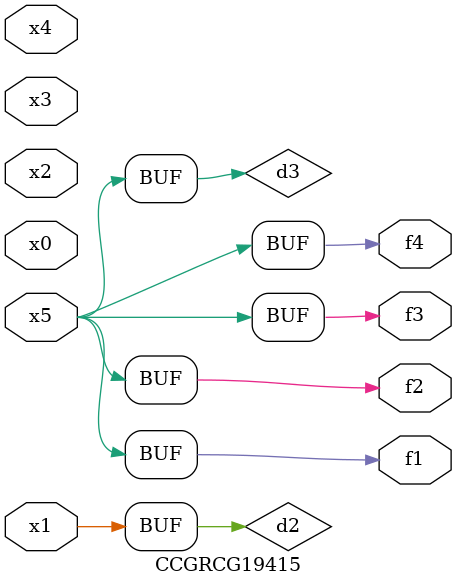
<source format=v>
module CCGRCG19415(
	input x0, x1, x2, x3, x4, x5,
	output f1, f2, f3, f4
);

	wire d1, d2, d3;

	not (d1, x5);
	or (d2, x1);
	xnor (d3, d1);
	assign f1 = d3;
	assign f2 = d3;
	assign f3 = d3;
	assign f4 = d3;
endmodule

</source>
